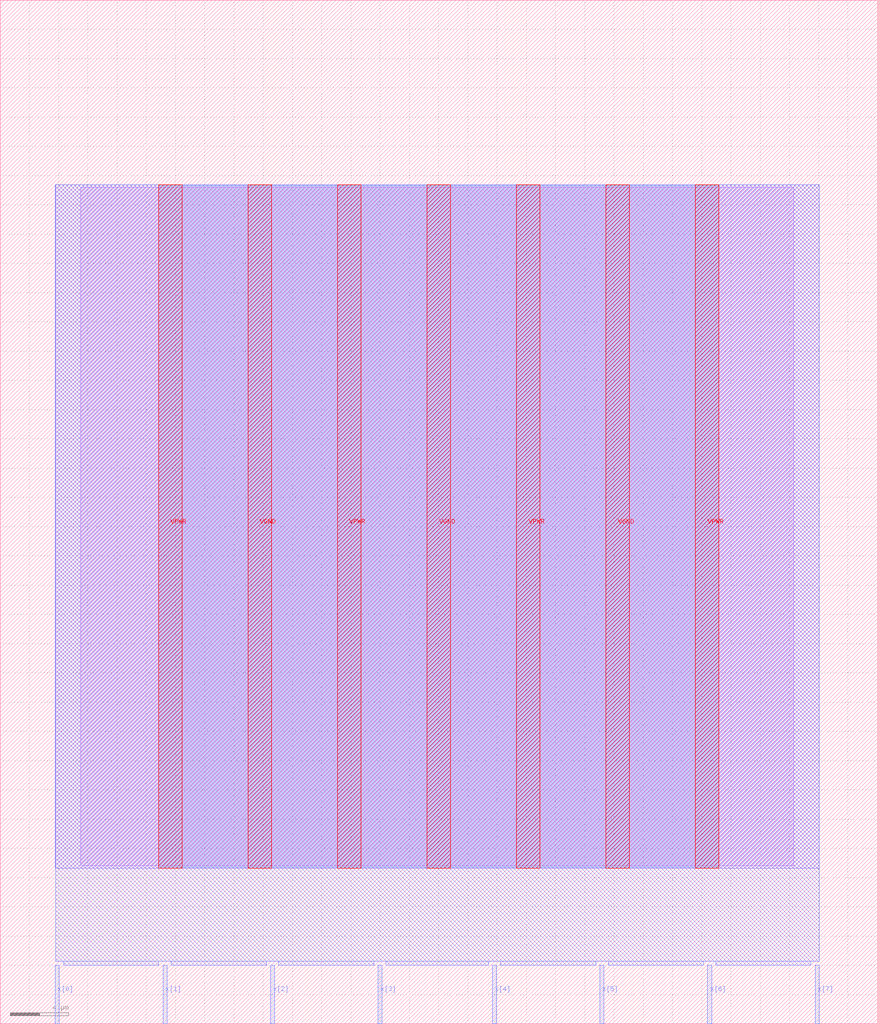
<source format=lef>
VERSION 5.7 ;
  NOWIREEXTENSIONATPIN ON ;
  DIVIDERCHAR "/" ;
  BUSBITCHARS "[]" ;
MACRO tie_array
  CLASS BLOCK ;
  FOREIGN tie_array ;
  ORIGIN 0.000 0.000 ;
  SIZE 60.000 BY 70.000 ;
  PIN VGND
    DIRECTION INPUT ;
    USE GROUND ;
    PORT
      LAYER met4 ;
        RECT 16.960 10.640 18.560 57.360 ;
    END
    PORT
      LAYER met4 ;
        RECT 29.200 10.640 30.800 57.360 ;
    END
    PORT
      LAYER met4 ;
        RECT 41.440 10.640 43.040 57.360 ;
    END
  END VGND
  PIN VPWR
    DIRECTION INPUT ;
    USE POWER ;
    PORT
      LAYER met4 ;
        RECT 10.840 10.640 12.440 57.360 ;
    END
    PORT
      LAYER met4 ;
        RECT 23.080 10.640 24.680 57.360 ;
    END
    PORT
      LAYER met4 ;
        RECT 35.320 10.640 36.920 57.360 ;
    END
    PORT
      LAYER met4 ;
        RECT 47.560 10.640 49.160 57.360 ;
    END
  END VPWR
  PIN x[0]
    DIRECTION OUTPUT TRISTATE ;
    USE SIGNAL ;
    PORT
      LAYER met2 ;
        RECT 3.770 0.000 4.050 4.000 ;
    END
  END x[0]
  PIN x[1]
    DIRECTION OUTPUT TRISTATE ;
    USE SIGNAL ;
    PORT
      LAYER met2 ;
        RECT 11.130 0.000 11.410 4.000 ;
    END
  END x[1]
  PIN x[2]
    DIRECTION OUTPUT TRISTATE ;
    USE SIGNAL ;
    PORT
      LAYER met2 ;
        RECT 18.490 0.000 18.770 4.000 ;
    END
  END x[2]
  PIN x[3]
    DIRECTION OUTPUT TRISTATE ;
    USE SIGNAL ;
    PORT
      LAYER met2 ;
        RECT 25.850 0.000 26.130 4.000 ;
    END
  END x[3]
  PIN x[4]
    DIRECTION OUTPUT TRISTATE ;
    USE SIGNAL ;
    PORT
      LAYER met2 ;
        RECT 33.670 0.000 33.950 4.000 ;
    END
  END x[4]
  PIN x[5]
    DIRECTION OUTPUT TRISTATE ;
    USE SIGNAL ;
    PORT
      LAYER met2 ;
        RECT 41.030 0.000 41.310 4.000 ;
    END
  END x[5]
  PIN x[6]
    DIRECTION OUTPUT TRISTATE ;
    USE SIGNAL ;
    PORT
      LAYER met2 ;
        RECT 48.390 0.000 48.670 4.000 ;
    END
  END x[6]
  PIN x[7]
    DIRECTION OUTPUT TRISTATE ;
    USE SIGNAL ;
    PORT
      LAYER met2 ;
        RECT 55.750 0.000 56.030 4.000 ;
    END
  END x[7]
  OBS
      LAYER li1 ;
        RECT 5.520 10.795 54.280 57.205 ;
      LAYER met1 ;
        RECT 3.750 10.640 56.050 57.360 ;
      LAYER met2 ;
        RECT 3.780 4.280 56.020 57.360 ;
        RECT 4.330 4.000 10.850 4.280 ;
        RECT 11.690 4.000 18.210 4.280 ;
        RECT 19.050 4.000 25.570 4.280 ;
        RECT 26.410 4.000 33.390 4.280 ;
        RECT 34.230 4.000 40.750 4.280 ;
        RECT 41.590 4.000 48.110 4.280 ;
        RECT 48.950 4.000 55.470 4.280 ;
      LAYER met3 ;
        RECT 10.840 10.715 49.160 57.285 ;
  END
END tie_array
END LIBRARY


</source>
